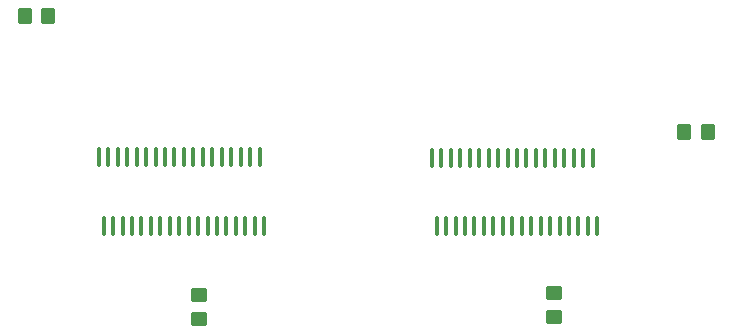
<source format=gbr>
%TF.GenerationSoftware,KiCad,Pcbnew,(6.0.4-0)*%
%TF.CreationDate,2023-07-13T10:21:47-07:00*%
%TF.ProjectId,CableAdapterBoard,4361626c-6541-4646-9170-746572426f61,rev?*%
%TF.SameCoordinates,Original*%
%TF.FileFunction,Paste,Top*%
%TF.FilePolarity,Positive*%
%FSLAX46Y46*%
G04 Gerber Fmt 4.6, Leading zero omitted, Abs format (unit mm)*
G04 Created by KiCad (PCBNEW (6.0.4-0)) date 2023-07-13 10:21:47*
%MOMM*%
%LPD*%
G01*
G04 APERTURE LIST*
G04 Aperture macros list*
%AMRoundRect*
0 Rectangle with rounded corners*
0 $1 Rounding radius*
0 $2 $3 $4 $5 $6 $7 $8 $9 X,Y pos of 4 corners*
0 Add a 4 corners polygon primitive as box body*
4,1,4,$2,$3,$4,$5,$6,$7,$8,$9,$2,$3,0*
0 Add four circle primitives for the rounded corners*
1,1,$1+$1,$2,$3*
1,1,$1+$1,$4,$5*
1,1,$1+$1,$6,$7*
1,1,$1+$1,$8,$9*
0 Add four rect primitives between the rounded corners*
20,1,$1+$1,$2,$3,$4,$5,0*
20,1,$1+$1,$4,$5,$6,$7,0*
20,1,$1+$1,$6,$7,$8,$9,0*
20,1,$1+$1,$8,$9,$2,$3,0*%
G04 Aperture macros list end*
%ADD10O,0.350000X1.800000*%
%ADD11RoundRect,0.250000X0.350000X0.450000X-0.350000X0.450000X-0.350000X-0.450000X0.350000X-0.450000X0*%
%ADD12RoundRect,0.250000X-0.350000X-0.450000X0.350000X-0.450000X0.350000X0.450000X-0.350000X0.450000X0*%
%ADD13RoundRect,0.250000X-0.450000X0.350000X-0.450000X-0.350000X0.450000X-0.350000X0.450000X0.350000X0*%
G04 APERTURE END LIST*
D10*
%TO.C,J21*%
X156125000Y-96890000D03*
X155325000Y-96890000D03*
X154525000Y-96890000D03*
X153725000Y-96890000D03*
X152925000Y-96890000D03*
X152125000Y-96890000D03*
X151325000Y-96890000D03*
X150525000Y-96890000D03*
X149725000Y-96890000D03*
X148925000Y-96890000D03*
X148125000Y-96890000D03*
X147325000Y-96890000D03*
X146525000Y-96890000D03*
X145725000Y-96890000D03*
X144925000Y-96890000D03*
X144125000Y-96890000D03*
X143325000Y-96890000D03*
X142525000Y-96890000D03*
X156525000Y-102710000D03*
X155725000Y-102710000D03*
X154925000Y-102710000D03*
X154125000Y-102710000D03*
X153325000Y-102710000D03*
X152525000Y-102710000D03*
X151725000Y-102710000D03*
X150925000Y-102710000D03*
X150125000Y-102710000D03*
X149325000Y-102710000D03*
X148525000Y-102710000D03*
X147725000Y-102710000D03*
X146925000Y-102710000D03*
X146125000Y-102710000D03*
X145325000Y-102710000D03*
X144525000Y-102710000D03*
X143725000Y-102710000D03*
X142925000Y-102710000D03*
%TD*%
D11*
%TO.C,R3*%
X110030000Y-84890000D03*
X108030000Y-84890000D03*
%TD*%
D12*
%TO.C,R2*%
X163890000Y-94720000D03*
X165890000Y-94720000D03*
%TD*%
D13*
%TO.C,R4*%
X122840000Y-108550000D03*
X122840000Y-110550000D03*
%TD*%
D10*
%TO.C,J31*%
X127925000Y-96840000D03*
X127125000Y-96840000D03*
X126325000Y-96840000D03*
X125525000Y-96840000D03*
X124725000Y-96840000D03*
X123925000Y-96840000D03*
X123125000Y-96840000D03*
X122325000Y-96840000D03*
X121525000Y-96840000D03*
X120725000Y-96840000D03*
X119925000Y-96840000D03*
X119125000Y-96840000D03*
X118325000Y-96840000D03*
X117525000Y-96840000D03*
X116725000Y-96840000D03*
X115925000Y-96840000D03*
X115125000Y-96840000D03*
X114325000Y-96840000D03*
X128325000Y-102660000D03*
X127525000Y-102660000D03*
X126725000Y-102660000D03*
X125925000Y-102660000D03*
X125125000Y-102660000D03*
X124325000Y-102660000D03*
X123525000Y-102660000D03*
X122725000Y-102660000D03*
X121925000Y-102660000D03*
X121125000Y-102660000D03*
X120325000Y-102660000D03*
X119525000Y-102660000D03*
X118725000Y-102660000D03*
X117925000Y-102660000D03*
X117125000Y-102660000D03*
X116325000Y-102660000D03*
X115525000Y-102660000D03*
X114725000Y-102660000D03*
%TD*%
D13*
%TO.C,R1*%
X152840000Y-108360000D03*
X152840000Y-110360000D03*
%TD*%
M02*

</source>
